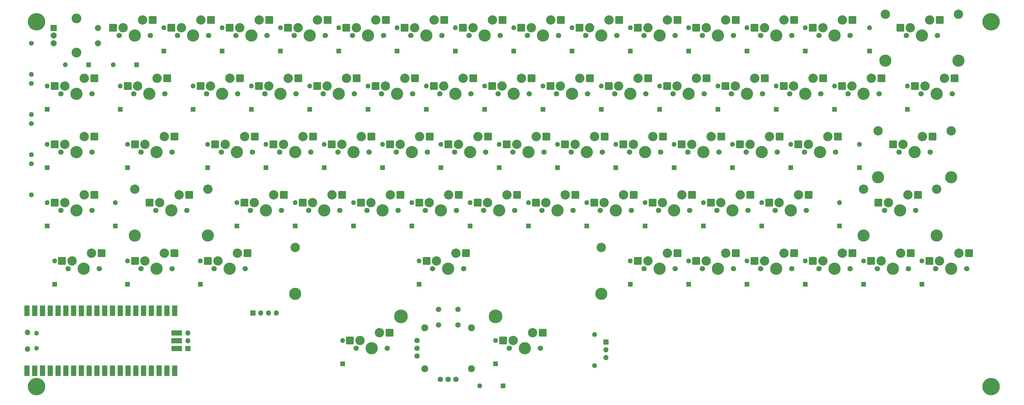
<source format=gbs>
G04 #@! TF.GenerationSoftware,KiCad,Pcbnew,(6.0.5)*
G04 #@! TF.CreationDate,2022-07-01T23:10:55-04:00*
G04 #@! TF.ProjectId,pico_keyboard_v1,7069636f-5f6b-4657-9962-6f6172645f76,rev?*
G04 #@! TF.SameCoordinates,Original*
G04 #@! TF.FileFunction,Soldermask,Bot*
G04 #@! TF.FilePolarity,Negative*
%FSLAX46Y46*%
G04 Gerber Fmt 4.6, Leading zero omitted, Abs format (unit mm)*
G04 Created by KiCad (PCBNEW (6.0.5)) date 2022-07-01 23:10:55*
%MOMM*%
%LPD*%
G01*
G04 APERTURE LIST*
G04 Aperture macros list*
%AMRoundRect*
0 Rectangle with rounded corners*
0 $1 Rounding radius*
0 $2 $3 $4 $5 $6 $7 $8 $9 X,Y pos of 4 corners*
0 Add a 4 corners polygon primitive as box body*
4,1,4,$2,$3,$4,$5,$6,$7,$8,$9,$2,$3,0*
0 Add four circle primitives for the rounded corners*
1,1,$1+$1,$2,$3*
1,1,$1+$1,$4,$5*
1,1,$1+$1,$6,$7*
1,1,$1+$1,$8,$9*
0 Add four rect primitives between the rounded corners*
20,1,$1+$1,$2,$3,$4,$5,0*
20,1,$1+$1,$4,$5,$6,$7,0*
20,1,$1+$1,$6,$7,$8,$9,0*
20,1,$1+$1,$8,$9,$2,$3,0*%
G04 Aperture macros list end*
%ADD10C,3.987800*%
%ADD11C,3.048000*%
%ADD12C,3.050000*%
%ADD13C,1.750000*%
%ADD14C,4.000000*%
%ADD15RoundRect,0.250000X-1.025000X-1.000000X1.025000X-1.000000X1.025000X1.000000X-1.025000X1.000000X0*%
%ADD16C,4.500000*%
%ADD17C,5.700000*%
%ADD18C,1.778000*%
%ADD19C,2.286000*%
%ADD20R,1.700000X1.700000*%
%ADD21O,1.700000X1.700000*%
%ADD22R,2.000000X2.000000*%
%ADD23C,2.000000*%
%ADD24C,3.200000*%
%ADD25R,1.600000X1.600000*%
%ADD26O,1.600000X1.600000*%
%ADD27C,1.600000*%
%ADD28O,1.800000X1.800000*%
%ADD29O,1.500000X1.500000*%
%ADD30R,1.700000X3.500000*%
%ADD31R,3.500000X1.700000*%
G04 APERTURE END LIST*
D10*
X353806750Y-135850000D03*
D11*
X329930750Y-120640000D03*
X353806750Y-120640000D03*
D10*
X329930750Y-135850000D03*
D12*
X273765000Y-86985000D03*
D13*
X272495000Y-89525000D03*
D14*
X277575000Y-89525000D03*
D13*
X282655000Y-89525000D03*
D12*
X280115000Y-84445000D03*
D15*
X270490000Y-86985000D03*
X283417000Y-84445000D03*
D16*
X204950000Y-181300000D03*
D13*
X169548750Y-191725000D03*
D14*
X164468750Y-191725000D03*
D13*
X159388750Y-191725000D03*
D12*
X160658750Y-189185000D03*
X167008750Y-186645000D03*
D15*
X157383750Y-189185000D03*
X170310750Y-186645000D03*
D13*
X263605000Y-89525000D03*
D14*
X258525000Y-89525000D03*
D12*
X254715000Y-86985000D03*
X261065000Y-84445000D03*
D13*
X253445000Y-89525000D03*
D15*
X251440000Y-86985000D03*
X264367000Y-84445000D03*
D13*
X291545000Y-165725000D03*
X301705000Y-165725000D03*
D12*
X299165000Y-160645000D03*
D14*
X296625000Y-165725000D03*
D12*
X292815000Y-163185000D03*
D15*
X289540000Y-163185000D03*
X302467000Y-160645000D03*
D16*
X174000000Y-181300000D03*
D13*
X148670000Y-108575000D03*
D12*
X156290000Y-103495000D03*
X149940000Y-106035000D03*
D14*
X153750000Y-108575000D03*
D13*
X158830000Y-108575000D03*
D15*
X146665000Y-106035000D03*
X159592000Y-103495000D03*
D13*
X277257500Y-146675000D03*
D12*
X284877500Y-141595000D03*
D13*
X287417500Y-146675000D03*
D14*
X282337500Y-146675000D03*
D12*
X278527500Y-144135000D03*
D15*
X275252500Y-144135000D03*
X288179500Y-141595000D03*
D14*
X315675000Y-89525000D03*
D12*
X318215000Y-84445000D03*
D13*
X310595000Y-89525000D03*
D12*
X311865000Y-86985000D03*
D13*
X320755000Y-89525000D03*
D15*
X308590000Y-86985000D03*
X321517000Y-84445000D03*
D14*
X191850000Y-108575000D03*
D13*
X196930000Y-108575000D03*
X186770000Y-108575000D03*
D12*
X194390000Y-103495000D03*
X188040000Y-106035000D03*
D15*
X184765000Y-106035000D03*
X197692000Y-103495000D03*
D14*
X148987500Y-146675000D03*
D13*
X154067500Y-146675000D03*
D12*
X145177500Y-144135000D03*
D13*
X143907500Y-146675000D03*
D12*
X151527500Y-141595000D03*
D15*
X141902500Y-144135000D03*
X154829500Y-141595000D03*
D11*
X349044250Y-139690000D03*
D10*
X349044250Y-154900000D03*
X325168250Y-154900000D03*
D11*
X325168250Y-139690000D03*
D12*
X126127500Y-144135000D03*
D13*
X135017500Y-146675000D03*
D12*
X132477500Y-141595000D03*
D13*
X124857500Y-146675000D03*
D14*
X129937500Y-146675000D03*
D15*
X122852500Y-144135000D03*
X135779500Y-141595000D03*
D13*
X291545000Y-89525000D03*
X301705000Y-89525000D03*
D12*
X292815000Y-86985000D03*
D14*
X296625000Y-89525000D03*
D12*
X299165000Y-84445000D03*
D15*
X289540000Y-86985000D03*
X302467000Y-84445000D03*
D13*
X343932500Y-108575000D03*
D12*
X345202500Y-106035000D03*
D14*
X349012500Y-108575000D03*
D13*
X354092500Y-108575000D03*
D12*
X351552500Y-103495000D03*
D15*
X341927500Y-106035000D03*
X354854500Y-103495000D03*
D17*
X55000000Y-85000000D03*
D13*
X320755000Y-165725000D03*
D12*
X311865000Y-163185000D03*
D13*
X310595000Y-165725000D03*
D14*
X315675000Y-165725000D03*
D12*
X318215000Y-160645000D03*
D15*
X308590000Y-163185000D03*
X321517000Y-160645000D03*
D14*
X214468750Y-191725000D03*
D13*
X219548750Y-191725000D03*
X209388750Y-191725000D03*
D12*
X217008750Y-186645000D03*
X210658750Y-189185000D03*
D15*
X207383750Y-189185000D03*
X220310750Y-186645000D03*
D12*
X114221250Y-163185000D03*
D13*
X123111250Y-165725000D03*
X112951250Y-165725000D03*
D14*
X118031250Y-165725000D03*
D12*
X120571250Y-160645000D03*
D15*
X110946250Y-163185000D03*
X123873250Y-160645000D03*
D13*
X96917500Y-108575000D03*
D12*
X88027500Y-106035000D03*
X94377500Y-103495000D03*
D13*
X86757500Y-108575000D03*
D14*
X91837500Y-108575000D03*
D15*
X84752500Y-106035000D03*
X97679500Y-103495000D03*
D12*
X227727500Y-141595000D03*
D14*
X225187500Y-146675000D03*
D13*
X220107500Y-146675000D03*
D12*
X221377500Y-144135000D03*
D13*
X230267500Y-146675000D03*
D15*
X218102500Y-144135000D03*
X231029500Y-141595000D03*
D17*
X55000000Y-204250000D03*
D12*
X288052500Y-125085000D03*
D14*
X291862500Y-127625000D03*
D13*
X296942500Y-127625000D03*
D12*
X294402500Y-122545000D03*
D13*
X286782500Y-127625000D03*
D15*
X284777500Y-125085000D03*
X297704500Y-122545000D03*
D12*
X90408750Y-125085000D03*
D13*
X89138750Y-127625000D03*
D14*
X94218750Y-127625000D03*
D13*
X99298750Y-127625000D03*
D12*
X96758750Y-122545000D03*
D15*
X87133750Y-125085000D03*
X100060750Y-122545000D03*
D18*
X186293750Y-179025000D03*
X192643750Y-179025000D03*
X186293750Y-184105000D03*
X192643750Y-184105000D03*
X186928750Y-201885000D03*
X189468750Y-201885000D03*
X192008750Y-201885000D03*
D19*
X181848750Y-185057500D03*
X181848750Y-198392500D03*
X197088750Y-198392500D03*
X197088750Y-185057500D03*
D18*
X179308750Y-189185000D03*
X179308750Y-191725000D03*
X179308750Y-194265000D03*
D13*
X263604999Y-165725000D03*
X253444999Y-165725000D03*
D12*
X261064999Y-160645000D03*
D14*
X258524999Y-165725000D03*
D12*
X254714999Y-163185000D03*
D15*
X251439999Y-163185000D03*
X264366999Y-160645000D03*
D14*
X206137500Y-146675000D03*
D12*
X202327500Y-144135000D03*
D13*
X201057500Y-146675000D03*
X211217500Y-146675000D03*
D12*
X208677500Y-141595000D03*
D15*
X199052500Y-144135000D03*
X211979500Y-141595000D03*
D13*
X315992500Y-127625000D03*
X305832500Y-127625000D03*
D14*
X310912500Y-127625000D03*
D12*
X307102500Y-125085000D03*
X313452500Y-122545000D03*
D15*
X303827500Y-125085000D03*
X316754500Y-122545000D03*
D14*
X244237500Y-146675000D03*
D12*
X246777500Y-141595000D03*
D13*
X239157500Y-146675000D03*
D12*
X240427500Y-144135000D03*
D13*
X249317500Y-146675000D03*
D15*
X237152500Y-144135000D03*
X250079500Y-141595000D03*
D12*
X245190000Y-106035000D03*
D13*
X243920000Y-108575000D03*
X254080000Y-108575000D03*
D12*
X251540000Y-103495000D03*
D14*
X249000000Y-108575000D03*
D15*
X241915000Y-106035000D03*
X254842000Y-103495000D03*
D13*
X225505000Y-89525000D03*
D12*
X216615000Y-86985000D03*
D14*
X220425000Y-89525000D03*
D12*
X222965000Y-84445000D03*
D13*
X215345000Y-89525000D03*
D15*
X213340000Y-86985000D03*
X226267000Y-84445000D03*
D13*
X339805000Y-165725000D03*
D14*
X334725000Y-165725000D03*
D12*
X337265000Y-160645000D03*
X330915000Y-163185000D03*
D13*
X329645000Y-165725000D03*
D15*
X327640000Y-163185000D03*
X340567000Y-160645000D03*
D10*
X139468750Y-173950000D03*
D11*
X239468750Y-158740000D03*
X139468750Y-158740000D03*
D10*
X239468750Y-173950000D03*
D13*
X267732500Y-127625000D03*
D12*
X269002500Y-125085000D03*
D14*
X272812500Y-127625000D03*
D12*
X275352500Y-122545000D03*
D13*
X277892500Y-127625000D03*
D15*
X265727500Y-125085000D03*
X278654500Y-122545000D03*
D14*
X263287500Y-146675000D03*
D12*
X265827500Y-141595000D03*
D13*
X258207500Y-146675000D03*
D12*
X259477500Y-144135000D03*
D13*
X268367500Y-146675000D03*
D15*
X256202500Y-144135000D03*
X269129500Y-141595000D03*
D13*
X330280000Y-108575000D03*
D12*
X327740000Y-103495000D03*
X321390000Y-106035000D03*
D13*
X320120000Y-108575000D03*
D14*
X325200000Y-108575000D03*
D15*
X318115000Y-106035000D03*
X331042000Y-103495000D03*
D12*
X192008750Y-160645000D03*
D13*
X184388750Y-165725000D03*
X194548750Y-165725000D03*
D12*
X185658750Y-163185000D03*
D14*
X189468750Y-165725000D03*
D15*
X182383750Y-163185000D03*
X195310750Y-160645000D03*
D20*
X125688750Y-180225000D03*
D21*
X128228750Y-180225000D03*
X130768750Y-180225000D03*
X133308750Y-180225000D03*
D20*
X104450000Y-191775000D03*
D21*
X104450000Y-189235000D03*
X104450000Y-186695000D03*
D13*
X258842500Y-127625000D03*
X248682500Y-127625000D03*
D12*
X256302500Y-122545000D03*
X249952500Y-125085000D03*
D14*
X253762500Y-127625000D03*
D15*
X246677500Y-125085000D03*
X259604500Y-122545000D03*
D13*
X62945000Y-108575000D03*
D12*
X64215000Y-106035000D03*
D13*
X73105000Y-108575000D03*
D12*
X70565000Y-103495000D03*
D14*
X68025000Y-108575000D03*
D15*
X60940000Y-106035000D03*
X73867000Y-103495000D03*
D12*
X207090000Y-106035000D03*
X213440000Y-103495000D03*
D13*
X205820000Y-108575000D03*
D14*
X210900000Y-108575000D03*
D13*
X215980000Y-108575000D03*
D15*
X203815000Y-106035000D03*
X216742000Y-103495000D03*
D13*
X110570000Y-108575000D03*
D14*
X115650000Y-108575000D03*
D12*
X118190000Y-103495000D03*
D13*
X120730000Y-108575000D03*
D12*
X111840000Y-106035000D03*
D15*
X108565000Y-106035000D03*
X121492000Y-103495000D03*
D14*
X229950000Y-108575000D03*
D12*
X232490000Y-103495000D03*
X226140000Y-106035000D03*
D13*
X224870000Y-108575000D03*
X235030000Y-108575000D03*
D15*
X222865000Y-106035000D03*
X235792000Y-103495000D03*
D14*
X120412500Y-127625000D03*
D12*
X122952500Y-122545000D03*
D13*
X125492500Y-127625000D03*
X115332500Y-127625000D03*
D12*
X116602500Y-125085000D03*
D15*
X113327500Y-125085000D03*
X126254500Y-122545000D03*
D12*
X338058750Y-125085000D03*
D13*
X346948750Y-127625000D03*
D14*
X341868750Y-127625000D03*
D12*
X344408750Y-122545000D03*
D13*
X336788750Y-127625000D03*
D15*
X334783750Y-125085000D03*
X347710750Y-122545000D03*
D11*
X356188000Y-82540000D03*
D10*
X356188000Y-97750000D03*
X332312000Y-97750000D03*
D11*
X332312000Y-82540000D03*
D13*
X272495000Y-165725000D03*
D12*
X273765000Y-163185000D03*
D14*
X277575000Y-165725000D03*
D12*
X280115000Y-160645000D03*
D13*
X282655000Y-165725000D03*
D15*
X270490000Y-163185000D03*
X283417000Y-160645000D03*
D12*
X218202500Y-122545000D03*
X211852500Y-125085000D03*
D13*
X220742500Y-127625000D03*
D14*
X215662500Y-127625000D03*
D13*
X210582500Y-127625000D03*
D15*
X208577500Y-125085000D03*
X221504500Y-122545000D03*
D10*
X87043250Y-154900000D03*
D11*
X87043250Y-139690000D03*
D10*
X110919250Y-154900000D03*
D11*
X110919250Y-139690000D03*
D13*
X177880000Y-108575000D03*
D12*
X175340000Y-103495000D03*
X168990000Y-106035000D03*
D14*
X172800000Y-108575000D03*
D13*
X167720000Y-108575000D03*
D15*
X165715000Y-106035000D03*
X178642000Y-103495000D03*
D17*
X366800000Y-204250000D03*
D13*
X187405000Y-89525000D03*
D12*
X184865000Y-84445000D03*
D13*
X177245000Y-89525000D03*
D14*
X182325000Y-89525000D03*
D12*
X178515000Y-86985000D03*
D15*
X175240000Y-86985000D03*
X188167000Y-84445000D03*
D12*
X349965000Y-163185000D03*
D14*
X353775000Y-165725000D03*
D13*
X348695000Y-165725000D03*
D12*
X356315000Y-160645000D03*
D13*
X358855000Y-165725000D03*
D15*
X346690000Y-163185000D03*
X359617000Y-160645000D03*
D12*
X308690000Y-103495000D03*
D14*
X306150000Y-108575000D03*
D12*
X302340000Y-106035000D03*
D13*
X301070000Y-108575000D03*
X311230000Y-108575000D03*
D15*
X299065000Y-106035000D03*
X311992000Y-103495000D03*
D13*
X282020000Y-108575000D03*
D12*
X289640000Y-103495000D03*
D14*
X287100000Y-108575000D03*
D13*
X292180000Y-108575000D03*
D12*
X283290000Y-106035000D03*
D15*
X280015000Y-106035000D03*
X292942000Y-103495000D03*
D12*
X164227500Y-144135000D03*
D14*
X168037500Y-146675000D03*
D12*
X170577500Y-141595000D03*
D13*
X162957500Y-146675000D03*
X173117500Y-146675000D03*
D15*
X160952500Y-144135000D03*
X173879500Y-141595000D03*
D13*
X262970000Y-108575000D03*
X273130000Y-108575000D03*
D12*
X270590000Y-103495000D03*
D14*
X268050000Y-108575000D03*
D12*
X264240000Y-106035000D03*
D15*
X260965000Y-106035000D03*
X273892000Y-103495000D03*
D12*
X95171250Y-144135000D03*
D13*
X104061250Y-146675000D03*
D14*
X98981250Y-146675000D03*
D12*
X101521250Y-141595000D03*
D13*
X93901250Y-146675000D03*
D15*
X91896250Y-144135000D03*
X104823250Y-141595000D03*
D12*
X127715000Y-84445000D03*
D13*
X130255000Y-89525000D03*
X120095000Y-89525000D03*
D14*
X125175000Y-89525000D03*
D12*
X121365000Y-86985000D03*
D15*
X118090000Y-86985000D03*
X131017000Y-84445000D03*
D14*
X177562500Y-127625000D03*
D12*
X180102500Y-122545000D03*
X173752500Y-125085000D03*
D13*
X172482500Y-127625000D03*
X182642500Y-127625000D03*
D15*
X170477500Y-125085000D03*
X183404500Y-122545000D03*
D12*
X199152500Y-122545000D03*
D13*
X191532500Y-127625000D03*
D14*
X196612500Y-127625000D03*
D13*
X201692500Y-127625000D03*
D12*
X192802500Y-125085000D03*
D15*
X189527500Y-125085000D03*
X202454500Y-122545000D03*
D12*
X64215000Y-144135000D03*
X70565000Y-141595000D03*
D14*
X68025000Y-146675000D03*
D13*
X73105000Y-146675000D03*
X62945000Y-146675000D03*
D15*
X60940000Y-144135000D03*
X73867000Y-141595000D03*
D14*
X134700000Y-108575000D03*
D12*
X130890000Y-106035000D03*
X137240000Y-103495000D03*
D13*
X129620000Y-108575000D03*
X139780000Y-108575000D03*
D15*
X127615000Y-106035000D03*
X140542000Y-103495000D03*
D13*
X182007500Y-146675000D03*
D12*
X183277500Y-144135000D03*
X189627500Y-141595000D03*
D14*
X187087500Y-146675000D03*
D13*
X192167500Y-146675000D03*
D15*
X180002500Y-144135000D03*
X192929500Y-141595000D03*
D12*
X161052500Y-122545000D03*
D13*
X163592500Y-127625000D03*
D12*
X154702500Y-125085000D03*
D13*
X153432500Y-127625000D03*
D14*
X158512500Y-127625000D03*
D15*
X151427500Y-125085000D03*
X164354500Y-122545000D03*
D14*
X163275000Y-89525000D03*
D12*
X165815000Y-84445000D03*
D13*
X168355000Y-89525000D03*
D12*
X159465000Y-86985000D03*
D13*
X158195000Y-89525000D03*
D15*
X156190000Y-86985000D03*
X169117000Y-84445000D03*
D13*
X89138750Y-165725000D03*
D14*
X94218750Y-165725000D03*
D13*
X99298750Y-165725000D03*
D12*
X90408750Y-163185000D03*
X96758750Y-160645000D03*
D15*
X87133750Y-163185000D03*
X100060750Y-160645000D03*
D22*
X60545000Y-87045000D03*
D23*
X60545000Y-92045000D03*
X60545000Y-89545000D03*
D24*
X68045000Y-83945000D03*
X68045000Y-95145000D03*
D23*
X75045000Y-92045000D03*
X75045000Y-87045000D03*
D14*
X234712500Y-127625000D03*
D13*
X239792500Y-127625000D03*
D12*
X230902500Y-125085000D03*
X237252500Y-122545000D03*
D13*
X229632500Y-127625000D03*
D15*
X227627500Y-125085000D03*
X240554500Y-122545000D03*
D12*
X346790000Y-84445000D03*
X340440000Y-86985000D03*
D13*
X339170000Y-89525000D03*
X349330000Y-89525000D03*
D14*
X344250000Y-89525000D03*
D15*
X337165000Y-86985000D03*
X350092000Y-84445000D03*
D13*
X296307500Y-146675000D03*
X306467500Y-146675000D03*
D12*
X303927500Y-141595000D03*
X297577500Y-144135000D03*
D14*
X301387500Y-146675000D03*
D15*
X294302500Y-144135000D03*
X307229500Y-141595000D03*
D17*
X366800000Y-85000000D03*
D13*
X62945000Y-127625000D03*
X73105000Y-127625000D03*
D12*
X70565000Y-122545000D03*
X64215000Y-125085000D03*
D14*
X68025000Y-127625000D03*
D15*
X60940000Y-125085000D03*
X73867000Y-122545000D03*
D12*
X235665000Y-86985000D03*
X242015000Y-84445000D03*
D13*
X244555000Y-89525000D03*
X234395000Y-89525000D03*
D14*
X239475000Y-89525000D03*
D15*
X232390000Y-86985000D03*
X245317000Y-84445000D03*
D12*
X146765000Y-84445000D03*
D13*
X149305000Y-89525000D03*
D12*
X140415000Y-86985000D03*
D13*
X139145000Y-89525000D03*
D14*
X144225000Y-89525000D03*
D15*
X137140000Y-86985000D03*
X150067000Y-84445000D03*
D13*
X342186250Y-146675000D03*
X332026250Y-146675000D03*
D14*
X337106250Y-146675000D03*
D12*
X339646250Y-141595000D03*
X333296250Y-144135000D03*
D15*
X330021250Y-144135000D03*
X342948250Y-141595000D03*
D12*
X203915000Y-84445000D03*
D14*
X201375000Y-89525000D03*
D13*
X196295000Y-89525000D03*
X206455000Y-89525000D03*
D12*
X197565000Y-86985000D03*
D15*
X194290000Y-86985000D03*
X207217000Y-84445000D03*
D13*
X111205000Y-89525000D03*
D14*
X106125000Y-89525000D03*
D12*
X108665000Y-84445000D03*
X102315000Y-86985000D03*
D13*
X101045000Y-89525000D03*
D15*
X99040000Y-86985000D03*
X111967000Y-84445000D03*
D12*
X83265000Y-86985000D03*
D14*
X87075000Y-89525000D03*
D13*
X81995000Y-89525000D03*
X92155000Y-89525000D03*
D12*
X89615000Y-84445000D03*
D15*
X79990000Y-86985000D03*
X92917000Y-84445000D03*
D12*
X142002500Y-122545000D03*
D13*
X134382500Y-127625000D03*
D14*
X139462500Y-127625000D03*
D12*
X135652500Y-125085000D03*
D13*
X144542500Y-127625000D03*
D15*
X132377500Y-125085000D03*
X145304500Y-122545000D03*
D14*
X70406250Y-165725000D03*
D13*
X75486250Y-165725000D03*
X65326250Y-165725000D03*
D12*
X66596250Y-163185000D03*
X72946250Y-160645000D03*
D15*
X63321250Y-163185000D03*
X76248250Y-160645000D03*
D25*
X84693750Y-132705000D03*
D26*
X84693750Y-125085000D03*
D25*
X272812500Y-151755000D03*
D26*
X272812500Y-144135000D03*
D25*
X58500000Y-132705000D03*
D26*
X58500000Y-125085000D03*
D25*
X225187500Y-132705000D03*
D26*
X225187500Y-125085000D03*
D25*
X215662500Y-151755000D03*
D26*
X215662500Y-144135000D03*
D25*
X177562500Y-151755000D03*
D26*
X177562500Y-144135000D03*
D25*
X268050000Y-94605000D03*
D26*
X268050000Y-86985000D03*
D25*
X339487500Y-113655000D03*
D26*
X339487500Y-106035000D03*
D25*
X172800000Y-94605000D03*
D26*
X172800000Y-86985000D03*
D25*
X168037500Y-132705000D03*
D26*
X168037500Y-125085000D03*
D25*
X58500000Y-151755000D03*
D26*
X58500000Y-144135000D03*
D25*
X306150000Y-94605000D03*
D26*
X306150000Y-86985000D03*
D25*
X287100000Y-170805000D03*
D26*
X287100000Y-163185000D03*
D25*
X296625000Y-113655000D03*
D26*
X296625000Y-106035000D03*
D25*
X134700000Y-94605000D03*
D26*
X134700000Y-86985000D03*
D25*
X201375000Y-113655000D03*
D26*
X201375000Y-106035000D03*
D25*
X277575000Y-113655000D03*
D26*
X277575000Y-106035000D03*
D25*
X258525000Y-113655000D03*
D26*
X258525000Y-106035000D03*
D25*
X158512500Y-151755000D03*
D26*
X158512500Y-144135000D03*
D27*
X53330000Y-92080000D03*
D26*
X53330000Y-102240000D03*
D27*
X237250000Y-197380000D03*
D26*
X237250000Y-187220000D03*
D25*
X163275000Y-113655000D03*
D26*
X163275000Y-106035000D03*
D25*
X220425000Y-113655000D03*
D26*
X220425000Y-106035000D03*
D25*
X120412500Y-151755000D03*
D26*
X120412500Y-144135000D03*
D27*
X53330000Y-105190000D03*
D26*
X53330000Y-115350000D03*
D25*
X282337500Y-132705000D03*
D26*
X282337500Y-125085000D03*
D25*
X248999999Y-170805000D03*
D26*
X248999999Y-163185000D03*
D25*
X204943750Y-196805000D03*
D26*
X204943750Y-189185000D03*
D20*
X241000000Y-189670000D03*
D21*
X241000000Y-192210000D03*
X241000000Y-194750000D03*
D25*
X229950000Y-94605000D03*
D26*
X229950000Y-86985000D03*
D25*
X287100000Y-94605000D03*
D26*
X287100000Y-86985000D03*
D25*
X187087500Y-132705000D03*
D26*
X187087500Y-125085000D03*
D25*
X153750000Y-94605000D03*
D26*
X153750000Y-86985000D03*
D27*
X53330000Y-118300000D03*
D26*
X53330000Y-128460000D03*
D25*
X96600000Y-94605000D03*
D26*
X96600000Y-86985000D03*
D25*
X301387500Y-132705000D03*
D26*
X301387500Y-125085000D03*
D25*
X206137500Y-132705000D03*
D26*
X206137500Y-125085000D03*
D25*
X58500000Y-113655000D03*
D26*
X58500000Y-106035000D03*
D25*
X317300000Y-151755000D03*
D26*
X317300000Y-144135000D03*
D25*
X106125000Y-113655000D03*
D26*
X106125000Y-106035000D03*
D25*
X249000000Y-94605000D03*
D26*
X249000000Y-86985000D03*
D25*
X72000000Y-99050000D03*
D26*
X64380000Y-99050000D03*
D25*
X327150000Y-94610000D03*
D26*
X327150000Y-86990000D03*
D25*
X179943750Y-170805000D03*
D26*
X179943750Y-163185000D03*
D25*
X234712500Y-151755000D03*
D26*
X234712500Y-144135000D03*
D25*
X325200000Y-170805000D03*
D26*
X325200000Y-163185000D03*
D25*
X196612500Y-151755000D03*
D26*
X196612500Y-144135000D03*
D25*
X315675000Y-113655000D03*
D26*
X315675000Y-106035000D03*
D25*
X191850000Y-94605000D03*
D26*
X191850000Y-86985000D03*
D25*
X139462500Y-151755000D03*
D26*
X139462500Y-144135000D03*
D25*
X344250000Y-170805000D03*
D26*
X344250000Y-163185000D03*
D25*
X115649999Y-94605000D03*
D26*
X115649999Y-86985000D03*
D25*
X108506250Y-170805000D03*
D26*
X108506250Y-163185000D03*
D25*
X207360000Y-203950000D03*
D26*
X199740000Y-203950000D03*
D25*
X80750000Y-151755000D03*
D26*
X80750000Y-144135000D03*
D25*
X268050000Y-170805000D03*
D26*
X268050000Y-163185000D03*
D25*
X154943750Y-196805000D03*
D26*
X154943750Y-189185000D03*
D28*
X52000000Y-191975000D03*
X52000000Y-186525000D03*
D29*
X55030000Y-186825000D03*
X55030000Y-191675000D03*
D30*
X51870000Y-179460000D03*
D21*
X51870000Y-180360000D03*
D30*
X54410000Y-179460000D03*
D21*
X54410000Y-180360000D03*
D30*
X56950000Y-179460000D03*
D20*
X56950000Y-180360000D03*
D30*
X59490000Y-179460000D03*
D21*
X59490000Y-180360000D03*
X62030000Y-180360000D03*
D30*
X62030000Y-179460000D03*
D21*
X64570000Y-180360000D03*
D30*
X64570000Y-179460000D03*
D21*
X67110000Y-180360000D03*
D30*
X67110000Y-179460000D03*
X69650000Y-179460000D03*
D20*
X69650000Y-180360000D03*
D30*
X72190000Y-179460000D03*
D21*
X72190000Y-180360000D03*
D30*
X74730000Y-179460000D03*
D21*
X74730000Y-180360000D03*
D30*
X77270000Y-179460000D03*
D21*
X77270000Y-180360000D03*
X79810000Y-180360000D03*
D30*
X79810000Y-179460000D03*
X82350000Y-179460000D03*
D20*
X82350000Y-180360000D03*
D21*
X84890000Y-180360000D03*
D30*
X84890000Y-179460000D03*
X87430000Y-179460000D03*
D21*
X87430000Y-180360000D03*
D30*
X89970000Y-179460000D03*
D21*
X89970000Y-180360000D03*
D30*
X92510000Y-179460000D03*
D21*
X92510000Y-180360000D03*
D30*
X95050000Y-179460000D03*
D20*
X95050000Y-180360000D03*
D21*
X97590000Y-180360000D03*
D30*
X97590000Y-179460000D03*
X100130000Y-179460000D03*
D21*
X100130000Y-180360000D03*
D30*
X100130000Y-199040000D03*
D21*
X100130000Y-198140000D03*
X97590000Y-198140000D03*
D30*
X97590000Y-199040000D03*
X95050000Y-199040000D03*
D20*
X95050000Y-198140000D03*
D21*
X92510000Y-198140000D03*
D30*
X92510000Y-199040000D03*
X89970000Y-199040000D03*
D21*
X89970000Y-198140000D03*
D30*
X87430000Y-199040000D03*
D21*
X87430000Y-198140000D03*
D30*
X84890000Y-199040000D03*
D21*
X84890000Y-198140000D03*
D30*
X82350000Y-199040000D03*
D20*
X82350000Y-198140000D03*
D30*
X79810000Y-199040000D03*
D21*
X79810000Y-198140000D03*
X77270000Y-198140000D03*
D30*
X77270000Y-199040000D03*
X74730000Y-199040000D03*
D21*
X74730000Y-198140000D03*
D30*
X72190000Y-199040000D03*
D21*
X72190000Y-198140000D03*
D30*
X69650000Y-199040000D03*
D20*
X69650000Y-198140000D03*
D21*
X67110000Y-198140000D03*
D30*
X67110000Y-199040000D03*
X64570000Y-199040000D03*
D21*
X64570000Y-198140000D03*
D30*
X62030000Y-199040000D03*
D21*
X62030000Y-198140000D03*
X59490000Y-198140000D03*
D30*
X59490000Y-199040000D03*
D20*
X56950000Y-198140000D03*
D30*
X56950000Y-199040000D03*
D21*
X54410000Y-198140000D03*
D30*
X54410000Y-199040000D03*
D21*
X51870000Y-198140000D03*
D30*
X51870000Y-199040000D03*
D21*
X99900000Y-186710000D03*
D31*
X100800000Y-186710000D03*
X100800000Y-189250000D03*
D20*
X99900000Y-189250000D03*
D31*
X100800000Y-191790000D03*
D21*
X99900000Y-191790000D03*
D25*
X244237500Y-132705000D03*
D26*
X244237500Y-125085000D03*
D27*
X53330000Y-131410000D03*
D26*
X53330000Y-141570000D03*
D25*
X87650000Y-99100000D03*
D26*
X80030000Y-99100000D03*
D25*
X182325000Y-113655000D03*
D26*
X182325000Y-106035000D03*
D25*
X291862500Y-151755000D03*
D26*
X291862500Y-144135000D03*
D25*
X253762500Y-151755000D03*
D26*
X253762500Y-144135000D03*
D25*
X239475000Y-113655000D03*
D26*
X239475000Y-106035000D03*
D25*
X129937500Y-132705000D03*
D26*
X129937500Y-125085000D03*
D25*
X306150000Y-170805000D03*
D26*
X306150000Y-163185000D03*
D25*
X82312500Y-113655000D03*
D26*
X82312500Y-106035000D03*
D25*
X125175000Y-113655000D03*
D26*
X125175000Y-106035000D03*
D25*
X323850000Y-132705000D03*
D26*
X323850000Y-125085000D03*
D25*
X263287500Y-132705000D03*
D26*
X263287500Y-125085000D03*
D25*
X60881250Y-170805000D03*
D26*
X60881250Y-163185000D03*
D25*
X110887499Y-132705000D03*
D26*
X110887499Y-125085000D03*
D25*
X144225000Y-113655000D03*
D26*
X144225000Y-106035000D03*
D25*
X84693750Y-170805000D03*
D26*
X84693750Y-163185000D03*
D25*
X148987500Y-132705000D03*
D26*
X148987500Y-125085000D03*
D25*
X210900000Y-94605000D03*
D26*
X210900000Y-86985000D03*
M02*

</source>
